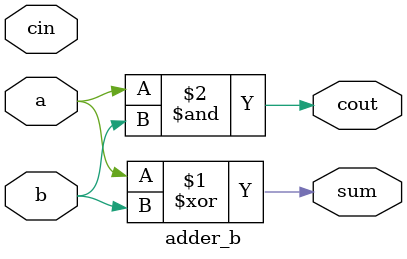
<source format=v>
module adder_b(input a, input b, input cin, output sum, output cout);
  assign sum = a ^ b;               // Missing cin
  assign cout = (a & b);            // Missing terms
endmodule

</source>
